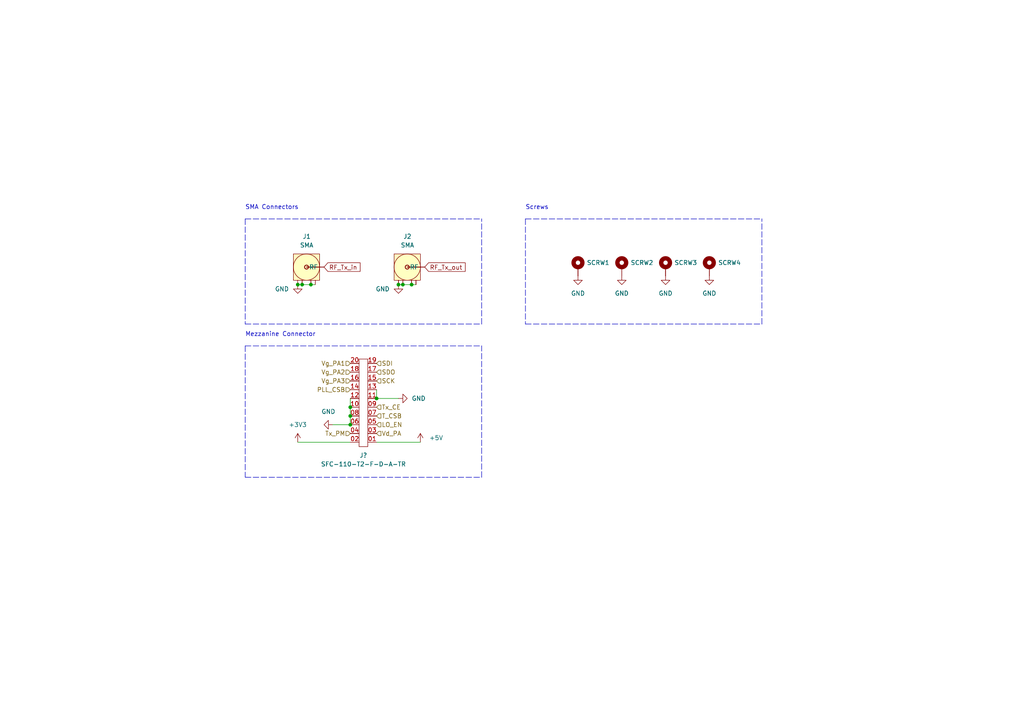
<source format=kicad_sch>
(kicad_sch (version 20211123) (generator eeschema)
  (paper "A4")
  (lib_symbols
    (symbol "GGS_Connectors:SFC-110-T2"
      (property "Reference" "J" (at 3.81 -1.27 0))
      (property "Value" "SFC-110-T2" (at -2.54 1.27 0))
      (symbol "SFC-110-T2_0_0"
        (pin bidirectional line (at 6.35 3.81 180) (length 2.54) (name "") (number "01"))
        (pin bidirectional line (at -1.27 3.81 0) (length 2.54) (name "") (number "02"))
        (pin bidirectional line (at 6.35 6.35 180) (length 2.54) (name "") (number "03"))
        (pin bidirectional line (at -1.27 6.35 0) (length 2.54) (name "") (number "04"))
        (pin bidirectional line (at 6.35 8.89 180) (length 2.54) (name "") (number "05"))
        (pin bidirectional line (at -1.27 8.89 0) (length 2.54) (name "") (number "06"))
        (pin bidirectional line (at 6.35 11.43 180) (length 2.54) (name "") (number "07"))
        (pin bidirectional line (at -1.27 11.43 0) (length 2.54) (name "") (number "08"))
        (pin bidirectional line (at 6.35 13.97 180) (length 2.54) (name "") (number "09"))
        (pin bidirectional line (at -1.27 13.97 0) (length 2.54) (name "") (number "10"))
        (pin bidirectional line (at 6.35 16.51 180) (length 2.54) (name "") (number "11"))
        (pin bidirectional line (at -1.27 16.51 0) (length 2.54) (name "") (number "12"))
        (pin bidirectional line (at 6.35 19.05 180) (length 2.54) (name "") (number "13"))
        (pin bidirectional line (at -1.27 19.05 0) (length 2.54) (name "") (number "14"))
        (pin bidirectional line (at 6.35 21.59 180) (length 2.54) (name "") (number "15"))
        (pin bidirectional line (at -1.27 21.59 0) (length 2.54) (name "") (number "16"))
        (pin bidirectional line (at 6.35 24.13 180) (length 2.54) (name "") (number "17"))
        (pin bidirectional line (at -1.27 24.13 0) (length 2.54) (name "") (number "18"))
        (pin bidirectional line (at 6.35 26.67 180) (length 2.54) (name "") (number "19"))
        (pin bidirectional line (at -1.27 26.67 0) (length 2.54) (name "") (number "20"))
      )
      (symbol "SFC-110-T2_0_1"
        (rectangle (start 1.27 2.54) (end 3.81 27.94))
      )
    )
    (symbol "GGS_Connectors:SMA" (pin_numbers hide)
      (property "Reference" "J" (at 2.54 15.24 0))
      (property "Value" "SMA" (at 3.81 12.7 0))
      (symbol "SMA_0_1"
        (polyline (pts (xy 7.62 5.08) (xy 3.81 5.08)) (stroke (width 0.254)))
        (rectangle (start 3.81 8.89) (end 11.43 1.27) (fill (type background)))
        (circle (center 7.62 5.08) (radius 0.568) (stroke (width 0.254)))
        (circle (center 7.62 5.08) (radius 3.81))
      )
      (symbol "SMA_1_1"
        (pin bidirectional line (at 2.54 5.08 0) (length 1.27) (name "RF") (number "1"))
        (pin power_in line (at 5.08 0 90) (length 1.27) (name "") (number "2"))
        (pin power_in line (at 6.35 0 90) (length 1.27) (name "") (number "3"))
        (pin power_in line (at 8.89 0 90) (length 1.27) (name "") (number "4"))
        (pin power_in line (at 10.16 0 90) (length 1.27) (name "") (number "5"))
      )
    )
    (symbol "Mechanical:MountingHole_Pad" (pin_numbers hide) (pin_names (offset 1.016) hide)
      (property "Reference" "H" (at 0 6.35 0))
      (property "Value" "MountingHole_Pad" (at 0 4.445 0))
      (symbol "MountingHole_Pad_0_1"
        (circle (center 0 1.27) (radius 1.27) (stroke (width 1.27)))
      )
      (symbol "MountingHole_Pad_1_1"
        (pin input line (at 0 -2.54 90) (length 2.54) (name "1") (number "1"))
      )
    )
    (symbol "power:+3V3" (power) (pin_names (offset 0))
      (property "Value" "+3V3" (at 0 3.556 0))
      (symbol "+3V3_0_1"
        (polyline (pts (xy -0.762 1.27) (xy 0 2.54)))
        (polyline (pts (xy 0 0) (xy 0 2.54)))
        (polyline (pts (xy 0 2.54) (xy 0.762 1.27)))
      )
      (symbol "+3V3_1_1"
        (pin power_in line (at 0 0 90) (length 0) hide (name "+3V3") (number "1"))
      )
    )
    (symbol "power:+5V" (power) (pin_names (offset 0))
      (property "Value" "+5V" (at 0 3.556 0))
      (symbol "+5V_0_1"
        (polyline (pts (xy -0.762 1.27) (xy 0 2.54)))
        (polyline (pts (xy 0 0) (xy 0 2.54)))
        (polyline (pts (xy 0 2.54) (xy 0.762 1.27)))
      )
      (symbol "+5V_1_1"
        (pin power_in line (at 0 0 90) (length 0) hide (name "+5V") (number "1"))
      )
    )
    (symbol "power:GND" (power) (pin_names (offset 0))
      (property "Value" "GND" (at 0 -3.81 0))
      (symbol "GND_0_1"
        (polyline (pts (xy 0 0) (xy 0 -1.27) (xy 1.27 -1.27) (xy 0 -2.54) (xy -1.27 -1.27) (xy 0 -1.27)))
      )
      (symbol "GND_1_1"
        (pin power_in line (at 0 0 270) (length 0) hide (name "GND") (number "1"))
      )
    )
  )
  (junction (at 87.63 82.55))
  (junction (at 90.17 82.55))
  (junction (at 116.84 82.55))
  (junction (at 101.6 123.19))
  (junction (at 109.22 115.57))
  (junction (at 115.57 82.55))
  (junction (at 101.6 120.65))
  (junction (at 101.6 118.11))
  (junction (at 119.38 82.55))
  (junction (at 86.36 82.55))
  (wire (pts (xy 86.36 82.55) (xy 87.63 82.55)))
  (polyline (pts (xy 139.7 93.98) (xy 139.7 63.5)))
  (wire (pts (xy 90.17 82.55) (xy 91.44 82.55)))
  (polyline (pts (xy 71.12 100.33) (xy 139.7 100.33)))
  (wire (pts (xy 96.52 123.19) (xy 101.6 123.19)))
  (polyline (pts (xy 71.12 138.43) (xy 139.7 138.43)))
  (polyline (pts (xy 71.12 93.98) (xy 139.7 93.98)))
  (wire (pts (xy 115.57 82.55) (xy 116.84 82.55)))
  (polyline (pts (xy 139.7 138.43) (xy 139.7 100.33)))
  (polyline (pts (xy 152.4 63.5) (xy 152.4 93.98)))
  (wire (pts (xy 101.6 120.65) (xy 101.6 123.19)))
  (wire (pts (xy 109.22 113.03) (xy 109.22 115.57)))
  (wire (pts (xy 120.65 82.55) (xy 119.38 82.55)))
  (wire (pts (xy 101.6 118.11) (xy 101.6 120.65)))
  (wire (pts (xy 86.36 128.27) (xy 101.6 128.27)))
  (polyline (pts (xy 152.4 93.98) (xy 220.98 93.98)))
  (wire (pts (xy 101.6 115.57) (xy 101.6 118.11)))
  (wire (pts (xy 121.92 128.27) (xy 109.22 128.27)))
  (polyline (pts (xy 71.12 63.5) (xy 139.7 63.5)))
  (polyline (pts (xy 71.12 100.33) (xy 71.12 138.43)))
  (wire (pts (xy 115.57 115.57) (xy 109.22 115.57)))
  (polyline (pts (xy 220.98 93.98) (xy 220.98 63.5)))
  (polyline (pts (xy 71.12 63.5) (xy 71.12 93.98)))
  (wire (pts (xy 116.84 82.55) (xy 119.38 82.55)))
  (wire (pts (xy 87.63 82.55) (xy 90.17 82.55)))
  (polyline (pts (xy 152.4 63.5) (xy 220.98 63.5)))
  (text "Mezzanine Connector" (at 71.12 97.79 0) (effects (font (size 1.27 1.27)) (justify left bottom)))
  (text "Screws" (at 152.4 60.96 0) (effects (font (size 1.27 1.27)) (justify left bottom)))
  (text "SMA Connectors" (at 71.12 60.96 0) (effects (font (size 1.27 1.27)) (justify left bottom)))
  (global_label "RF_Tx_out" (shape input) (at 123.19 77.47 0) (property "Intersheet References" "${INTERSHEET_REFS}" (effects hide)))
  (global_label "RF_Tx_in" (shape input) (at 93.98 77.47 0) (property "Intersheet References" "${INTERSHEET_REFS}" (effects hide)))
  (hierarchical_label "SDO" (shape input) (at 109.22 107.95 0))
  (hierarchical_label "Vg_PA1" (shape input) (at 101.6 105.41 180))
  (hierarchical_label "Tx_PM" (shape input) (at 101.6 125.73 180))
  (hierarchical_label "Vg_PA2" (shape input) (at 101.6 107.95 180))
  (hierarchical_label "Tx_CE" (shape input) (at 109.22 118.11 0))
  (hierarchical_label "T_CSB" (shape input) (at 109.22 120.65 0))
  (hierarchical_label "LO_EN" (shape input) (at 109.22 123.19 0))
  (hierarchical_label "Vd_PA" (shape input) (at 109.22 125.73 0))
  (hierarchical_label "SCK" (shape input) (at 109.22 110.49 0))
  (hierarchical_label "PLL_CSB" (shape input) (at 101.6 113.03 180))
  (hierarchical_label "Vg_PA3" (shape input) (at 101.6 110.49 180))
  (hierarchical_label "SDI" (shape input) (at 109.22 105.41 0))
  (symbol (lib_id "GGS_Connectors:SFC-110-T2") (at 102.87 132.08 0) (unit 1)
    (property "Reference" "J?" (at 105.41 132.08 0))
    (property "Value" "SFC-110-T2-F-D-A-TR" (at 105.41 134.62 0))
    (property "Footprint" "GGS_Connectors:SAMTEC_SFC-110-T2-F-D-A-TR" (effects hide))
    (property "PACKAGE" "None" (effects hide))
    (property "MF" "Samtec" (effects hide))
    (property "MP" "SFC-110-T2-F-D-A-TR" (effects hide))
    (property "PRICE" "None" (effects hide))
    (property "AVAILABILITY" "Unavailable" (effects hide))
    (property "ALTIUM_VALUE" "*" (effects hide))
  )
  (symbol (lib_id "power:GND") (at 180.34 80.01 0) (unit 1)
    (property "Reference" "#PWR?" (effects hide))
    (property "Value" "GND" (at 180.34 85.09 0))
  )
  (symbol (lib_id "power:GND") (at 167.64 80.01 0) (unit 1)
    (property "Reference" "#PWR?" (effects hide))
    (property "Value" "GND" (at 167.64 85.09 0))
  )
  (symbol (lib_id "power:GND") (at 86.36 82.55 0) (unit 1)
    (property "Reference" "#PWR?" (effects hide))
    (property "Value" "GND" (at 83.82 83.8199 0) (effects (justify right)))
  )
  (symbol (lib_id "power:GND") (at 205.74 80.01 0) (unit 1)
    (property "Reference" "#PWR?" (effects hide))
    (property "Value" "GND" (at 205.74 85.09 0))
  )
  (symbol (lib_id "power:+5V") (at 121.92 128.27 0) (unit 1)
    (property "Reference" "#PWR?" (effects hide))
    (property "Value" "+5V" (at 124.46 126.9999 0) (effects (justify left)))
  )
  (symbol (lib_id "Mechanical:MountingHole_Pad") (at 180.34 77.47 0) (unit 1)
    (property "Reference" "SCRW2" (at 182.88 76.1999 0) (effects (justify left)))
    (property "Value" "MountingHole_Pad" (effects hide))
    (property "Footprint" "MountingHole:MountingHole_3.2mm_M3_Pad_Via" (effects hide))
  )
  (symbol (lib_id "GGS_Connectors:SMA") (at 96.52 82.55 0) (mirror y) (unit 1)
    (property "Reference" "J1" (at 88.9635 68.58 0))
    (property "Value" "SMA" (at 88.9635 71.12 0))
    (property "Footprint" "GGS_Connectors:LINX_CONSMA020.062-G" (effects hide))
  )
  (symbol (lib_id "Mechanical:MountingHole_Pad") (at 193.04 77.47 0) (unit 1)
    (property "Reference" "SCRW3" (at 195.58 76.1999 0) (effects (justify left)))
    (property "Value" "MountingHole_Pad" (effects hide))
    (property "Footprint" "MountingHole:MountingHole_3.2mm_M3_Pad_Via" (effects hide))
  )
  (symbol (lib_id "Mechanical:MountingHole_Pad") (at 205.74 77.47 0) (unit 1)
    (property "Reference" "SCRW4" (at 208.28 76.1999 0) (effects (justify left)))
    (property "Value" "MountingHole_Pad" (effects hide))
    (property "Footprint" "MountingHole:MountingHole_3.2mm_M3_Pad_Via" (effects hide))
  )
  (symbol (lib_id "GGS_Connectors:SMA") (at 125.73 82.55 0) (mirror y) (unit 1)
    (property "Reference" "J2" (at 118.1735 68.58 0))
    (property "Value" "SMA" (at 118.1735 71.12 0))
    (property "Footprint" "GGS_Connectors:LINX_CONSMA020.062-G" (effects hide))
  )
  (symbol (lib_id "power:GND") (at 115.57 82.55 0) (unit 1)
    (property "Reference" "#PWR?" (effects hide))
    (property "Value" "GND" (at 113.03 83.8199 0) (effects (justify right)))
  )
  (symbol (lib_id "power:GND") (at 96.52 123.19 270) (unit 1)
    (property "Reference" "#PWR?" (effects hide))
    (property "Value" "GND" (at 95.25 119.38 90))
  )
  (symbol (lib_id "power:+3V3") (at 86.36 128.27 0) (unit 1)
    (property "Reference" "#PWR?" (effects hide))
    (property "Value" "+3V3" (at 86.36 123.19 0))
  )
  (symbol (lib_id "power:GND") (at 193.04 80.01 0) (unit 1)
    (property "Reference" "#PWR?" (effects hide))
    (property "Value" "GND" (at 193.04 85.09 0))
  )
  (symbol (lib_id "Mechanical:MountingHole_Pad") (at 167.64 77.47 0) (unit 1)
    (property "Reference" "SCRW1" (at 170.18 76.1999 0) (effects (justify left)))
    (property "Value" "MountingHole_Pad" (effects hide))
    (property "Footprint" "MountingHole:MountingHole_3.2mm_M3_Pad_Via" (effects hide))
  )
  (symbol (lib_id "power:GND") (at 115.57 115.57 90) (unit 1)
    (property "Reference" "#PWR?" (effects hide))
    (property "Value" "GND" (at 119.38 115.5699 90) (effects (justify right)))
  )
)
</source>
